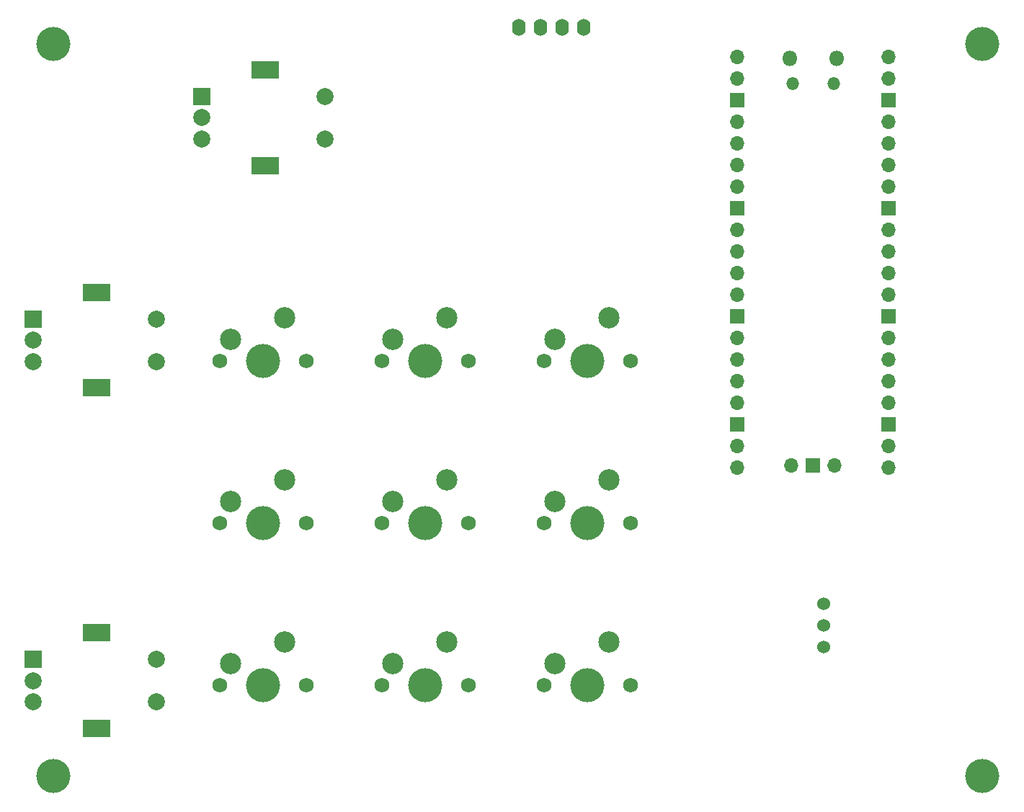
<source format=gbr>
%TF.GenerationSoftware,KiCad,Pcbnew,7.0.9*%
%TF.CreationDate,2023-12-30T23:00:53+00:00*%
%TF.ProjectId,MacroPad V2,4d616372-6f50-4616-9420-56322e6b6963,rev?*%
%TF.SameCoordinates,Original*%
%TF.FileFunction,Soldermask,Bot*%
%TF.FilePolarity,Negative*%
%FSLAX46Y46*%
G04 Gerber Fmt 4.6, Leading zero omitted, Abs format (unit mm)*
G04 Created by KiCad (PCBNEW 7.0.9) date 2023-12-30 23:00:53*
%MOMM*%
%LPD*%
G01*
G04 APERTURE LIST*
%ADD10C,4.000000*%
%ADD11C,1.750000*%
%ADD12C,2.500000*%
%ADD13R,2.000000X2.000000*%
%ADD14C,2.000000*%
%ADD15R,3.200000X2.000000*%
%ADD16O,1.600000X2.000000*%
%ADD17C,1.524000*%
%ADD18O,1.800000X1.800000*%
%ADD19O,1.500000X1.500000*%
%ADD20O,1.700000X1.700000*%
%ADD21R,1.700000X1.700000*%
G04 APERTURE END LIST*
D10*
%TO.C,*%
X85772000Y-60880000D03*
%TD*%
%TO.C,*%
X85772000Y-60880000D03*
%TD*%
%TO.C,*%
X194962000Y-60880000D03*
%TD*%
%TO.C,*%
X194962000Y-60880000D03*
%TD*%
%TO.C,*%
X85772000Y-146852000D03*
%TD*%
%TO.C,*%
X194962000Y-146852000D03*
%TD*%
D11*
%TO.C,S2*%
X124442000Y-98122000D03*
D10*
X129522000Y-98122000D03*
D11*
X134602000Y-98122000D03*
D12*
X125712000Y-95582000D03*
X132062000Y-93042000D03*
%TD*%
D13*
%TO.C,SW1*%
X83397000Y-133176000D03*
D14*
X83397000Y-138176000D03*
X83397000Y-135676000D03*
D15*
X90897000Y-130076000D03*
X90897000Y-141276000D03*
D14*
X97897000Y-138176000D03*
X97897000Y-133176000D03*
%TD*%
D11*
%TO.C,S9*%
X143492000Y-136222000D03*
D10*
X148572000Y-136222000D03*
D11*
X153652000Y-136222000D03*
D12*
X144762000Y-133682000D03*
X151112000Y-131142000D03*
%TD*%
D11*
%TO.C,S6*%
X143492000Y-117172000D03*
D10*
X148572000Y-117172000D03*
D11*
X153652000Y-117172000D03*
D12*
X144762000Y-114632000D03*
X151112000Y-112092000D03*
%TD*%
D13*
%TO.C,SW2*%
X103222000Y-67047000D03*
D14*
X103222000Y-72047000D03*
X103222000Y-69547000D03*
D15*
X110722000Y-63947000D03*
X110722000Y-75147000D03*
D14*
X117722000Y-72047000D03*
X117722000Y-67047000D03*
%TD*%
D11*
%TO.C,S4*%
X105392000Y-117172000D03*
D10*
X110472000Y-117172000D03*
D11*
X115552000Y-117172000D03*
D12*
X106662000Y-114632000D03*
X113012000Y-112092000D03*
%TD*%
D11*
%TO.C,S5*%
X124442000Y-117172000D03*
D10*
X129522000Y-117172000D03*
D11*
X134602000Y-117172000D03*
D12*
X125712000Y-114632000D03*
X132062000Y-112092000D03*
%TD*%
D11*
%TO.C,S3*%
X143492000Y-98122000D03*
D10*
X148572000Y-98122000D03*
D11*
X153652000Y-98122000D03*
D12*
X144762000Y-95582000D03*
X151112000Y-93042000D03*
%TD*%
D16*
%TO.C,Brd1*%
X140477000Y-58947000D03*
X143017000Y-58947000D03*
X145557000Y-58947000D03*
X148097000Y-58947000D03*
%TD*%
D11*
%TO.C,S8*%
X124442000Y-136222000D03*
D10*
X129522000Y-136222000D03*
D11*
X134602000Y-136222000D03*
D12*
X125712000Y-133682000D03*
X132062000Y-131142000D03*
%TD*%
D11*
%TO.C,S7*%
X105392000Y-136222000D03*
D10*
X110472000Y-136222000D03*
D11*
X115552000Y-136222000D03*
D12*
X106662000Y-133682000D03*
X113012000Y-131142000D03*
%TD*%
D17*
%TO.C,toggle1*%
X176342000Y-131777000D03*
X176342000Y-126697000D03*
X176342000Y-129237000D03*
%TD*%
D11*
%TO.C,S1*%
X105392000Y-98122000D03*
D10*
X110472000Y-98122000D03*
D11*
X115552000Y-98122000D03*
D12*
X106662000Y-95582000D03*
X113012000Y-93042000D03*
%TD*%
D18*
%TO.C,U1*%
X172347000Y-62522000D03*
D19*
X172647000Y-65552000D03*
X177497000Y-65552000D03*
D18*
X177797000Y-62522000D03*
D20*
X166182000Y-62392000D03*
X166182000Y-64932000D03*
D21*
X166182000Y-67472000D03*
D20*
X166182000Y-70012000D03*
X166182000Y-72552000D03*
X166182000Y-75092000D03*
X166182000Y-77632000D03*
D21*
X166182000Y-80172000D03*
D20*
X166182000Y-82712000D03*
X166182000Y-85252000D03*
X166182000Y-87792000D03*
X166182000Y-90332000D03*
D21*
X166182000Y-92872000D03*
D20*
X166182000Y-95412000D03*
X166182000Y-97952000D03*
X166182000Y-100492000D03*
X166182000Y-103032000D03*
D21*
X166182000Y-105572000D03*
D20*
X166182000Y-108112000D03*
X166182000Y-110652000D03*
X183962000Y-110652000D03*
X183962000Y-108112000D03*
D21*
X183962000Y-105572000D03*
D20*
X183962000Y-103032000D03*
X183962000Y-100492000D03*
X183962000Y-97952000D03*
X183962000Y-95412000D03*
D21*
X183962000Y-92872000D03*
D20*
X183962000Y-90332000D03*
X183962000Y-87792000D03*
X183962000Y-85252000D03*
X183962000Y-82712000D03*
D21*
X183962000Y-80172000D03*
D20*
X183962000Y-77632000D03*
X183962000Y-75092000D03*
X183962000Y-72552000D03*
X183962000Y-70012000D03*
D21*
X183962000Y-67472000D03*
D20*
X183962000Y-64932000D03*
X183962000Y-62392000D03*
X172532000Y-110422000D03*
D21*
X175072000Y-110422000D03*
D20*
X177612000Y-110422000D03*
%TD*%
D13*
%TO.C,SW3*%
X83397000Y-93197000D03*
D14*
X83397000Y-98197000D03*
X83397000Y-95697000D03*
D15*
X90897000Y-90097000D03*
X90897000Y-101297000D03*
D14*
X97897000Y-98197000D03*
X97897000Y-93197000D03*
%TD*%
M02*

</source>
